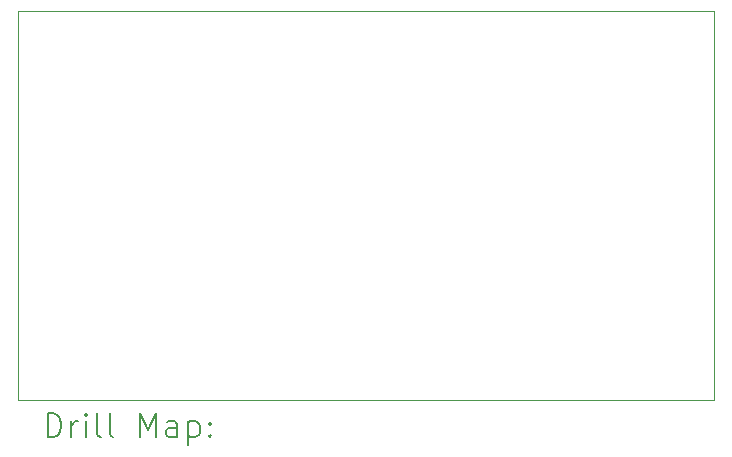
<source format=gbr>
%FSLAX45Y45*%
G04 Gerber Fmt 4.5, Leading zero omitted, Abs format (unit mm)*
G04 Created by KiCad (PCBNEW (6.0.1)) date 2022-04-24 16:37:46*
%MOMM*%
%LPD*%
G01*
G04 APERTURE LIST*
%TA.AperFunction,Profile*%
%ADD10C,0.100000*%
%TD*%
%ADD11C,0.200000*%
G04 APERTURE END LIST*
D10*
X12790000Y-7190000D02*
X18680000Y-7190000D01*
X18680000Y-7190000D02*
X18680000Y-10480000D01*
X18680000Y-10480000D02*
X12790000Y-10480000D01*
X12790000Y-10480000D02*
X12790000Y-7190000D01*
D11*
X13042619Y-10795476D02*
X13042619Y-10595476D01*
X13090238Y-10595476D01*
X13118809Y-10605000D01*
X13137857Y-10624048D01*
X13147381Y-10643095D01*
X13156905Y-10681190D01*
X13156905Y-10709762D01*
X13147381Y-10747857D01*
X13137857Y-10766905D01*
X13118809Y-10785952D01*
X13090238Y-10795476D01*
X13042619Y-10795476D01*
X13242619Y-10795476D02*
X13242619Y-10662143D01*
X13242619Y-10700238D02*
X13252143Y-10681190D01*
X13261667Y-10671667D01*
X13280714Y-10662143D01*
X13299762Y-10662143D01*
X13366428Y-10795476D02*
X13366428Y-10662143D01*
X13366428Y-10595476D02*
X13356905Y-10605000D01*
X13366428Y-10614524D01*
X13375952Y-10605000D01*
X13366428Y-10595476D01*
X13366428Y-10614524D01*
X13490238Y-10795476D02*
X13471190Y-10785952D01*
X13461667Y-10766905D01*
X13461667Y-10595476D01*
X13595000Y-10795476D02*
X13575952Y-10785952D01*
X13566428Y-10766905D01*
X13566428Y-10595476D01*
X13823571Y-10795476D02*
X13823571Y-10595476D01*
X13890238Y-10738333D01*
X13956905Y-10595476D01*
X13956905Y-10795476D01*
X14137857Y-10795476D02*
X14137857Y-10690714D01*
X14128333Y-10671667D01*
X14109286Y-10662143D01*
X14071190Y-10662143D01*
X14052143Y-10671667D01*
X14137857Y-10785952D02*
X14118809Y-10795476D01*
X14071190Y-10795476D01*
X14052143Y-10785952D01*
X14042619Y-10766905D01*
X14042619Y-10747857D01*
X14052143Y-10728810D01*
X14071190Y-10719286D01*
X14118809Y-10719286D01*
X14137857Y-10709762D01*
X14233095Y-10662143D02*
X14233095Y-10862143D01*
X14233095Y-10671667D02*
X14252143Y-10662143D01*
X14290238Y-10662143D01*
X14309286Y-10671667D01*
X14318809Y-10681190D01*
X14328333Y-10700238D01*
X14328333Y-10757381D01*
X14318809Y-10776429D01*
X14309286Y-10785952D01*
X14290238Y-10795476D01*
X14252143Y-10795476D01*
X14233095Y-10785952D01*
X14414048Y-10776429D02*
X14423571Y-10785952D01*
X14414048Y-10795476D01*
X14404524Y-10785952D01*
X14414048Y-10776429D01*
X14414048Y-10795476D01*
X14414048Y-10671667D02*
X14423571Y-10681190D01*
X14414048Y-10690714D01*
X14404524Y-10681190D01*
X14414048Y-10671667D01*
X14414048Y-10690714D01*
M02*

</source>
